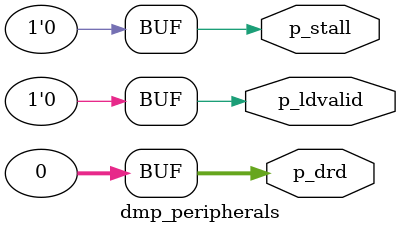
<source format=v>
module dmp_peripherals (p_ldvalid,
                        p_drd,
                        p_stall);

output   p_ldvalid; 
output   [31:0] p_drd; 
output   p_stall; 
wire    p_ldvalid; 
wire    [31:0] p_drd; 
wire    p_stall; 

assign p_ldvalid = 1'b 0; 
assign p_drd = {32{1'b 0}}; 
assign p_stall = 1'b 0; 

endmodule // module dmp_peripherals


</source>
